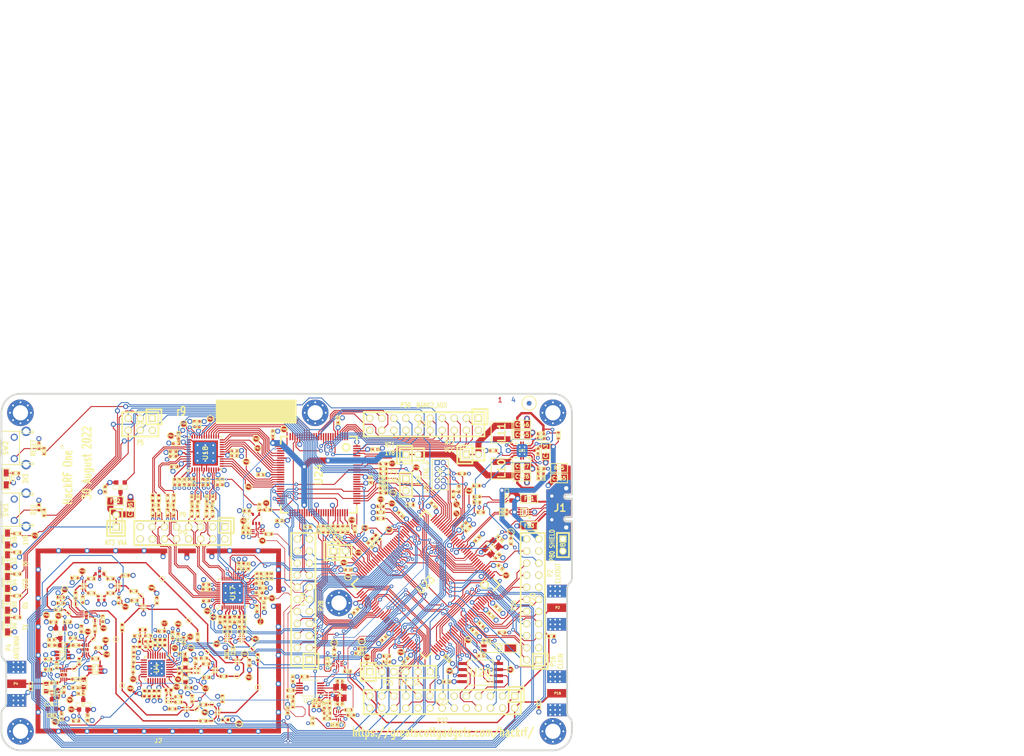
<source format=kicad_pcb>
(kicad_pcb (version 20211014) (generator pcbnew)

  (general
    (thickness 1.6116)
  )

  (paper "USLegal")
  (title_block
    (title "HackRF One")
    (date "2022-08-28")
    (rev "r9")
    (company "Copyright 2012-2022 Great Scott Gadgets")
    (comment 1 "Michael Ossmann")
    (comment 2 "Licensed under the CERN-OHL-P v2")
  )

  (layers
    (0 "F.Cu" signal "C1F")
    (1 "In1.Cu" signal "C2")
    (2 "In2.Cu" signal "C3")
    (31 "B.Cu" signal "C4B")
    (32 "B.Adhes" user "B.Adhesive")
    (33 "F.Adhes" user "F.Adhesive")
    (34 "B.Paste" user)
    (35 "F.Paste" user)
    (36 "B.SilkS" user "B.Silkscreen")
    (37 "F.SilkS" user "F.Silkscreen")
    (38 "B.Mask" user)
    (39 "F.Mask" user)
    (41 "Cmts.User" user "User.Comments")
    (44 "Edge.Cuts" user)
    (45 "Margin" user)
    (46 "B.CrtYd" user "B.Courtyard")
    (47 "F.CrtYd" user "F.Courtyard")
    (49 "F.Fab" user)
  )

  (setup
    (stackup
      (layer "F.SilkS" (type "Top Silk Screen") (color "White"))
      (layer "F.Paste" (type "Top Solder Paste"))
      (layer "F.Mask" (type "Top Solder Mask") (color "Green") (thickness 0.0127) (material "LPI") (epsilon_r 3.8) (loss_tangent 0))
      (layer "F.Cu" (type "copper") (thickness 0.035))
      (layer "dielectric 1" (type "prepreg") (thickness 0.2104) (material "7628") (epsilon_r 4.6) (loss_tangent 0))
      (layer "In1.Cu" (type "copper") (thickness 0.0152))
      (layer "dielectric 2" (type "core") (thickness 1.065) (material "7628") (epsilon_r 4.6) (loss_tangent 0))
      (layer "In2.Cu" (type "copper") (thickness 0.0152))
      (layer "dielectric 3" (type "prepreg") (thickness 0.2104) (material "7628") (epsilon_r 4.6) (loss_tangent 0))
      (layer "B.Cu" (type "copper") (thickness 0.035))
      (layer "B.Mask" (type "Bottom Solder Mask") (color "Green") (thickness 0.0127) (material "LPI") (epsilon_r 3.8) (loss_tangent 0))
      (layer "B.Paste" (type "Bottom Solder Paste"))
      (layer "B.SilkS" (type "Bottom Silk Screen") (color "White"))
      (copper_finish "ENIG")
      (dielectric_constraints yes)
    )
    (pad_to_mask_clearance 0.05)
    (pad_to_paste_clearance_ratio -0.12)
    (pcbplotparams
      (layerselection 0x00010e8_ffffffff)
      (disableapertmacros false)
      (usegerberextensions true)
      (usegerberattributes false)
      (usegerberadvancedattributes true)
      (creategerberjobfile false)
      (svguseinch false)
      (svgprecision 6)
      (excludeedgelayer true)
      (plotframeref false)
      (viasonmask false)
      (mode 1)
      (useauxorigin false)
      (hpglpennumber 1)
      (hpglpenspeed 20)
      (hpglpendiameter 15.000000)
      (dxfpolygonmode true)
      (dxfimperialunits true)
      (dxfusepcbnewfont true)
      (psnegative false)
      (psa4output false)
      (plotreference false)
      (plotvalue false)
      (plotinvisibletext false)
      (sketchpadsonfab false)
      (subtractmaskfromsilk false)
      (outputformat 1)
      (mirror false)
      (drillshape 0)
      (scaleselection 1)
      (outputdirectory "gerbers")
    )
  )

  (net 0 "")
  (net 1 "!MIX_BYPASS")
  (net 2 "!RX_AMP_PWR")
  (net 3 "!TX_AMP_PWR")
  (net 4 "!VAA_ENABLE")
  (net 5 "/Front End/RX_AMP_OUT")
  (net 6 "/Front End/RX_AMP_IN")
  (net 7 "/Front End/TX_AMP_IN")
  (net 8 "/Front End/TX_AMP_OUT")
  (net 9 "/Front End/REF_IN")
  (net 10 "/Baseband/TXBBQ-")
  (net 11 "/Baseband/TXBBQ+")
  (net 12 "/Baseband/TXBBI+")
  (net 13 "/Baseband/TXBBI-")
  (net 14 "/Baseband/COM")
  (net 15 "/Baseband/REFN")
  (net 16 "/Baseband/REFP")
  (net 17 "/Baseband/IA+")
  (net 18 "/Baseband/IA-")
  (net 19 "/Baseband/QA-")
  (net 20 "/Baseband/QA+")
  (net 21 "/Baseband/CPOUT-")
  (net 22 "/Baseband/CPOUT+")
  (net 23 "XCVR_CLK")
  (net 24 "/Baseband/XTAL2")
  (net 25 "/Microcontroller, CPLD, USB, Power/RTCX1")
  (net 26 "/Microcontroller, CPLD, USB, Power/REG_OUT2")
  (net 27 "/Microcontroller, CPLD, USB, Power/VBAT")
  (net 28 "/Microcontroller, CPLD, USB, Power/VIN")
  (net 29 "/Microcontroller, CPLD, USB, Power/REG_OUT1")
  (net 30 "/Microcontroller, CPLD, USB, Power/USB_SHIELD")
  (net 31 "/Microcontroller, CPLD, USB, Power/XTAL1")
  (net 32 "/Microcontroller, CPLD, USB, Power/XTAL2")
  (net 33 "/Microcontroller, CPLD, USB, Power/RTCX2")
  (net 34 "/Clock/XB")
  (net 35 "/Clock/XA")
  (net 36 "/Microcontroller, CPLD, USB, Power/VBUS")
  (net 37 "/Microcontroller, CPLD, USB, Power/LED1")
  (net 38 "/Microcontroller, CPLD, USB, Power/LED2")
  (net 39 "/Microcontroller, CPLD, USB, Power/LED3")
  (net 40 "/Baseband/RXBBQ-")
  (net 41 "/Baseband/RXBBI-")
  (net 42 "/Baseband/RXBBQ+")
  (net 43 "/Baseband/RXBBI+")
  (net 44 "/Front End/!ANT_BIAS")
  (net 45 "/Baseband/XCVR_CLKOUT")
  (net 46 "/Microcontroller, CPLD, USB, Power/RTC_ALARM")
  (net 47 "/Microcontroller, CPLD, USB, Power/WAKEUP")
  (net 48 "/Microcontroller, CPLD, USB, Power/GPIO3_8")
  (net 49 "/Microcontroller, CPLD, USB, Power/GPIO3_9")
  (net 50 "/Microcontroller, CPLD, USB, Power/GPIO3_10")
  (net 51 "/Microcontroller, CPLD, USB, Power/GPIO3_11")
  (net 52 "/Microcontroller, CPLD, USB, Power/GPIO3_12")
  (net 53 "/Microcontroller, CPLD, USB, Power/GPIO3_13")
  (net 54 "/Microcontroller, CPLD, USB, Power/GPIO3_14")
  (net 55 "/Microcontroller, CPLD, USB, Power/GPIO3_15")
  (net 56 "/Microcontroller, CPLD, USB, Power/ADC0_6")
  (net 57 "/Microcontroller, CPLD, USB, Power/ADC0_2")
  (net 58 "/Microcontroller, CPLD, USB, Power/VBUSCTRL")
  (net 59 "/Microcontroller, CPLD, USB, Power/ADC0_5")
  (net 60 "/Microcontroller, CPLD, USB, Power/ADC0_0")
  (net 61 "/Microcontroller, CPLD, USB, Power/RESET")
  (net 62 "/Microcontroller, CPLD, USB, Power/I2C1_SCL")
  (net 63 "/Microcontroller, CPLD, USB, Power/I2C1_SDA")
  (net 64 "/Microcontroller, CPLD, USB, Power/SPIFI_CIPO")
  (net 65 "/Microcontroller, CPLD, USB, Power/SPIFI_SCK")
  (net 66 "/Microcontroller, CPLD, USB, Power/SPIFI_COPI")
  (net 67 "/Microcontroller, CPLD, USB, Power/I2S0_RX_SCK")
  (net 68 "/Microcontroller, CPLD, USB, Power/I2S0_RX_SDA")
  (net 69 "/Microcontroller, CPLD, USB, Power/I2S0_RX_MCLK")
  (net 70 "/Microcontroller, CPLD, USB, Power/I2S0_RX_WS")
  (net 71 "/Microcontroller, CPLD, USB, Power/I2S0_TX_SCK")
  (net 72 "/Microcontroller, CPLD, USB, Power/I2S0_TX_MCLK")
  (net 73 "/Microcontroller, CPLD, USB, Power/U0_RXD")
  (net 74 "/Microcontroller, CPLD, USB, Power/U0_TXD")
  (net 75 "/Microcontroller, CPLD, USB, Power/P2_9")
  (net 76 "/Microcontroller, CPLD, USB, Power/P2_13")
  (net 77 "/Microcontroller, CPLD, USB, Power/P2_8")
  (net 78 "/Microcontroller, CPLD, USB, Power/DBGEN")
  (net 79 "/Microcontroller, CPLD, USB, Power/TMS")
  (net 80 "/Microcontroller, CPLD, USB, Power/TCK")
  (net 81 "/Microcontroller, CPLD, USB, Power/TDO")
  (net 82 "/Microcontroller, CPLD, USB, Power/TDI")
  (net 83 "/Microcontroller, CPLD, USB, Power/SD_CD")
  (net 84 "/Microcontroller, CPLD, USB, Power/SD_DAT3")
  (net 85 "/Microcontroller, CPLD, USB, Power/SD_DAT2")
  (net 86 "/Microcontroller, CPLD, USB, Power/SD_DAT1")
  (net 87 "/Microcontroller, CPLD, USB, Power/SD_DAT0")
  (net 88 "/Microcontroller, CPLD, USB, Power/SD_VOLT0")
  (net 89 "/Microcontroller, CPLD, USB, Power/SD_CMD")
  (net 90 "/Microcontroller, CPLD, USB, Power/SD_POW")
  (net 91 "/Microcontroller, CPLD, USB, Power/SD_CLK")
  (net 92 "/Microcontroller, CPLD, USB, Power/B1AUX14")
  (net 93 "/Microcontroller, CPLD, USB, Power/B1AUX13")
  (net 94 "/Microcontroller, CPLD, USB, Power/CPLD_TCK")
  (net 95 "/Microcontroller, CPLD, USB, Power/BANK2F3M2")
  (net 96 "/Microcontroller, CPLD, USB, Power/CPLD_TDI")
  (net 97 "/Microcontroller, CPLD, USB, Power/BANK2F3M6")
  (net 98 "/Microcontroller, CPLD, USB, Power/BANK2F3M12")
  (net 99 "/Microcontroller, CPLD, USB, Power/BANK2F3M4")
  (net 100 "/Microcontroller, CPLD, USB, Power/CPLD_TMS")
  (net 101 "/Microcontroller, CPLD, USB, Power/CPLD_TDO")
  (net 102 "/Microcontroller, CPLD, USB, Power/B2AUX16")
  (net 103 "/Microcontroller, CPLD, USB, Power/B2AUX15")
  (net 104 "/Microcontroller, CPLD, USB, Power/B2AUX14")
  (net 105 "/Microcontroller, CPLD, USB, Power/B2AUX13")
  (net 106 "/Microcontroller, CPLD, USB, Power/B2AUX12")
  (net 107 "/Microcontroller, CPLD, USB, Power/B2AUX11")
  (net 108 "/Microcontroller, CPLD, USB, Power/B2AUX10")
  (net 109 "/Microcontroller, CPLD, USB, Power/B2AUX9")
  (net 110 "/Microcontroller, CPLD, USB, Power/B2AUX8")
  (net 111 "/Microcontroller, CPLD, USB, Power/B2AUX7")
  (net 112 "/Microcontroller, CPLD, USB, Power/B2AUX6")
  (net 113 "/Microcontroller, CPLD, USB, Power/B2AUX5")
  (net 114 "/Microcontroller, CPLD, USB, Power/B2AUX4")
  (net 115 "/Microcontroller, CPLD, USB, Power/B2AUX3")
  (net 116 "/Microcontroller, CPLD, USB, Power/B2AUX2")
  (net 117 "/Microcontroller, CPLD, USB, Power/B2AUX1")
  (net 118 "/Microcontroller, CPLD, USB, Power/GCK0")
  (net 119 "/Microcontroller, CPLD, USB, Power/SPIFI_CS")
  (net 120 "/Microcontroller, CPLD, USB, Power/VREGMODE")
  (net 121 "/Microcontroller, CPLD, USB, Power/EN1V8")
  (net 122 "/Microcontroller, CPLD, USB, Power/SGPIO0")
  (net 123 "/Microcontroller, CPLD, USB, Power/SGPIO7")
  (net 124 "/Microcontroller, CPLD, USB, Power/SGPIO9")
  (net 125 "/Microcontroller, CPLD, USB, Power/SGPIO10")
  (net 126 "/Microcontroller, CPLD, USB, Power/SGPIO11")
  (net 127 "/Microcontroller, CPLD, USB, Power/SPIFI_SIO2")
  (net 128 "/Microcontroller, CPLD, USB, Power/SPIFI_SIO3")
  (net 129 "/Baseband/QD+")
  (net 130 "/Baseband/QD-")
  (net 131 "/Baseband/ID-")
  (net 132 "/Baseband/ID+")
  (net 133 "/Clock/CLK0")
  (net 134 "Net-(C169-Pad2)")
  (net 135 "/Microcontroller, CPLD, USB, Power/DP")
  (net 136 "/Microcontroller, CPLD, USB, Power/DM")
  (net 137 "/Microcontroller, CPLD, USB, Power/RREF")
  (net 138 "/Microcontroller, CPLD, USB, Power/BANK2F3M1")
  (net 139 "/Microcontroller, CPLD, USB, Power/SGPIO13")
  (net 140 "/Microcontroller, CPLD, USB, Power/BANK2F3M3")
  (net 141 "/Microcontroller, CPLD, USB, Power/SGPIO14")
  (net 142 "/Microcontroller, CPLD, USB, Power/SGPIO1")
  (net 143 "/Microcontroller, CPLD, USB, Power/BANK2F3M5")
  (net 144 "/Microcontroller, CPLD, USB, Power/SGPIO15")
  (net 145 "/Microcontroller, CPLD, USB, Power/BANK2F3M7")
  (net 146 "/Microcontroller, CPLD, USB, Power/BANK2F3M8")
  (net 147 "/Microcontroller, CPLD, USB, Power/SGPIO2")
  (net 148 "/Microcontroller, CPLD, USB, Power/BANK2F3M9")
  (net 149 "/Microcontroller, CPLD, USB, Power/SGPIO3")
  (net 150 "/Microcontroller, CPLD, USB, Power/BANK2F3M10")
  (net 151 "/Microcontroller, CPLD, USB, Power/BANK2F3M11")
  (net 152 "/Microcontroller, CPLD, USB, Power/SGPIO12")
  (net 153 "/Microcontroller, CPLD, USB, Power/SGPIO4")
  (net 154 "/Microcontroller, CPLD, USB, Power/BANK2F3M14")
  (net 155 "/Microcontroller, CPLD, USB, Power/SGPIO5")
  (net 156 "/Microcontroller, CPLD, USB, Power/BANK2F3M15")
  (net 157 "/Microcontroller, CPLD, USB, Power/SGPIO6")
  (net 158 "AMP_BYPASS")
  (net 159 "CLKIN")
  (net 160 "CLKOUT")
  (net 161 "CS_AD")
  (net 162 "CS_XCVR")
  (net 163 "DA0")
  (net 164 "DA1")
  (net 165 "DA2")
  (net 166 "DA3")
  (net 167 "DA4")
  (net 168 "DA5")
  (net 169 "DA6")
  (net 170 "DA7")
  (net 171 "DD0")
  (net 172 "DD1")
  (net 173 "DD2")
  (net 174 "DD3")
  (net 175 "DD4")
  (net 176 "DD5")
  (net 177 "DD6")
  (net 178 "DD7")
  (net 179 "DD8")
  (net 180 "DD9")
  (net 181 "GCK1")
  (net 182 "GCK2")
  (net 183 "GND")
  (net 184 "HP")
  (net 185 "LP")
  (net 186 "MCU_CLK")
  (net 187 "MIXER_ENX")
  (net 188 "MIXER_RESETX")
  (net 189 "MIXER_SCLK")
  (net 190 "MIXER_SDATA")
  (net 191 "MIX_BYPASS")
  (net 192 "MIX_CLK")
  (net 193 "RSSI")
  (net 194 "RX")
  (net 195 "RXENABLE")
  (net 196 "RX_AMP")
  (net 197 "RX_IF")
  (net 198 "RX_MIX_BP")
  (net 199 "SCL")
  (net 200 "SDA")
  (net 201 "SGPIO_CLK")
  (net 202 "SSP1_CIPO")
  (net 203 "SSP1_COPI")
  (net 204 "SSP1_SCK")
  (net 205 "TXENABLE")
  (net 206 "TX_AMP")
  (net 207 "TX_IF")
  (net 208 "TX_MIX_BP")
  (net 209 "VAA")
  (net 210 "VCC")
  (net 211 "XCVR_EN")
  (net 212 "Net-(C8-Pad2)")
  (net 213 "Net-(C9-Pad2)")
  (net 214 "Net-(C9-Pad1)")
  (net 215 "Net-(C12-Pad1)")
  (net 216 "Net-(C13-Pad1)")
  (net 217 "Net-(C14-Pad2)")
  (net 218 "Net-(C14-Pad1)")
  (net 219 "Net-(C15-Pad2)")
  (net 220 "Net-(C17-Pad2)")
  (net 221 "Net-(C17-Pad1)")
  (net 222 "Net-(C18-Pad2)")
  (net 223 "Net-(C18-Pad1)")
  (net 224 "Net-(C20-Pad2)")
  (net 225 "Net-(C20-Pad1)")
  (net 226 "Net-(C21-Pad2)")
  (net 227 "Net-(C21-Pad1)")
  (net 228 "Net-(C23-Pad2)")
  (net 229 "Net-(C23-Pad1)")
  (net 230 "Net-(C25-Pad1)")
  (net 231 "Net-(C26-Pad2)")
  (net 232 "Net-(C26-Pad1)")
  (net 233 "Net-(C27-Pad2)")
  (net 234 "Net-(C27-Pad1)")
  (net 235 "Net-(C28-Pad2)")
  (net 236 "Net-(C28-Pad1)")
  (net 237 "Net-(C31-Pad2)")
  (net 238 "Net-(C31-Pad1)")
  (net 239 "Net-(C32-Pad2)")
  (net 240 "Net-(C32-Pad1)")
  (net 241 "Net-(C43-Pad2)")
  (net 242 "Net-(C43-Pad1)")
  (net 243 "Net-(C44-Pad2)")
  (net 244 "Net-(C44-Pad1)")
  (net 245 "Net-(C46-Pad2)")
  (net 246 "Net-(C46-Pad1)")
  (net 247 "Net-(C48-Pad1)")
  (net 248 "Net-(C49-Pad2)")
  (net 249 "Net-(C50-Pad1)")
  (net 250 "Net-(C51-Pad2)")
  (net 251 "Net-(C51-Pad1)")
  (net 252 "Net-(C163-Pad2)")
  (net 253 "Net-(C58-Pad2)")
  (net 254 "Net-(C59-Pad2)")
  (net 255 "Net-(C61-Pad2)")
  (net 256 "Net-(C61-Pad1)")
  (net 257 "Net-(C62-Pad2)")
  (net 258 "Net-(C64-Pad2)")
  (net 259 "Net-(C64-Pad1)")
  (net 260 "Net-(C99-Pad2)")
  (net 261 "Net-(C99-Pad1)")
  (net 262 "Net-(C102-Pad2)")
  (net 263 "Net-(C102-Pad1)")
  (net 264 "Net-(C104-Pad2)")
  (net 265 "Net-(C104-Pad1)")
  (net 266 "Net-(C105-Pad1)")
  (net 267 "Net-(C106-Pad1)")
  (net 268 "Net-(C111-Pad2)")
  (net 269 "Net-(C111-Pad1)")
  (net 270 "Net-(C114-Pad2)")
  (net 271 "Net-(C114-Pad1)")
  (net 272 "Net-(C125-Pad2)")
  (net 273 "Net-(C160-Pad1)")
  (net 274 "Net-(D2-Pad2)")
  (net 275 "Net-(D4-Pad2)")
  (net 276 "Net-(D5-Pad2)")
  (net 277 "Net-(D6-Pad2)")
  (net 278 "Net-(D7-Pad2)")
  (net 279 "Net-(D8-Pad2)")
  (net 280 "Net-(FB1-Pad1)")
  (net 281 "Net-(FB2-Pad1)")
  (net 282 "Net-(FB3-Pad1)")
  (net 283 "Net-(J1-Pad3)")
  (net 284 "Net-(J1-Pad2)")
  (net 285 "Net-(L1-Pad2)")
  (net 286 "Net-(L1-Pad1)")
  (net 287 "Net-(L2-Pad1)")
  (net 288 "Net-(L3-Pad1)")
  (net 289 "Net-(L10-Pad1)")
  (net 290 "Net-(L11-Pad2)")
  (net 291 "Net-(D10-Pad1)")
  (net 292 "Net-(P6-Pad1)")
  (net 293 "Net-(P19-Pad1)")
  (net 294 "Net-(R4-Pad2)")
  (net 295 "Net-(R30-Pad2)")
  (net 296 "Net-(R19-Pad2)")
  (net 297 "Net-(R51-Pad1)")
  (net 298 "Net-(R52-Pad2)")
  (net 299 "Net-(R55-Pad2)")
  (net 300 "/Microcontroller, CPLD, USB, Power/BANK2F3M16")
  (net 301 "+1V8")
  (net 302 "unconnected-(P25-Pad3)")
  (net 303 "unconnected-(P26-Pad7)")
  (net 304 "unconnected-(U4-Pad1)")
  (net 305 "unconnected-(U4-Pad2)")
  (net 306 "unconnected-(U4-Pad3)")
  (net 307 "unconnected-(U4-Pad11)")
  (net 308 "unconnected-(U4-Pad13)")
  (net 309 "unconnected-(U4-Pad14)")
  (net 310 "unconnected-(U4-Pad17)")
  (net 311 "unconnected-(U4-Pad18)")
  (net 312 "unconnected-(U4-Pad20)")
  (net 313 "unconnected-(U4-Pad21)")
  (net 314 "unconnected-(U9-Pad2)")
  (net 315 "unconnected-(U12-Pad2)")
  (net 316 "unconnected-(U14-Pad2)")
  (net 317 "unconnected-(U15-Pad4)")
  (net 318 "unconnected-(U15-Pad6)")
  (net 319 "unconnected-(U17-Pad3)")
  (net 320 "unconnected-(U17-Pad6)")
  (net 321 "unconnected-(U17-Pad8)")
  (net 322 "unconnected-(U17-Pad9)")
  (net 323 "unconnected-(U17-Pad12)")
  (net 324 "unconnected-(U17-Pad14)")
  (net 325 "unconnected-(U17-Pad18)")
  (net 326 "unconnected-(U17-Pad33)")
  (net 327 "unconnected-(U17-Pad34)")
  (net 328 "unconnected-(U17-Pad40)")
  (net 329 "unconnected-(U18-Pad38)")
  (net 330 "Net-(C117-Pad1)")
  (net 331 "unconnected-(U23-Pad89)")
  (net 332 "unconnected-(U23-Pad90)")
  (net 333 "unconnected-(U24-Pad14)")
  (net 334 "unconnected-(U24-Pad15)")
  (net 335 "unconnected-(U24-Pad16)")
  (net 336 "unconnected-(U24-Pad20)")
  (net 337 "unconnected-(U24-Pad25)")
  (net 338 "unconnected-(U24-Pad44)")
  (net 339 "unconnected-(U24-Pad46)")
  (net 340 "unconnected-(U24-Pad49)")
  (net 341 "unconnected-(U24-Pad50)")
  (net 342 "unconnected-(U24-Pad52)")
  (net 343 "unconnected-(U24-Pad53)")
  (net 344 "unconnected-(U24-Pad54)")
  (net 345 "unconnected-(U24-Pad58)")
  (net 346 "unconnected-(U24-Pad59)")
  (net 347 "unconnected-(U24-Pad60)")
  (net 348 "unconnected-(U24-Pad63)")
  (net 349 "unconnected-(U24-Pad65)")
  (net 350 "unconnected-(U24-Pad66)")
  (net 351 "unconnected-(U24-Pad68)")
  (net 352 "unconnected-(U24-Pad73)")
  (net 353 "unconnected-(U24-Pad75)")
  (net 354 "unconnected-(U24-Pad80)")
  (net 355 "unconnected-(U24-Pad82)")
  (net 356 "unconnected-(U24-Pad85)")
  (net 357 "unconnected-(U24-Pad86)")
  (net 358 "unconnected-(U24-Pad87)")
  (net 359 "unconnected-(U24-Pad93)")
  (net 360 "unconnected-(U24-Pad95)")
  (net 361 "unconnected-(U24-Pad96)")
  (net 362 "Net-(D10-Pad2)")
  (net 363 "Net-(C117-Pad2)")
  (net 364 "CLKOUT_EN")
  (net 365 "MCU_CLK_EN")
  (net 366 "Net-(R32-Pad2)")
  (net 367 "Net-(R33-Pad2)")
  (net 368 "Net-(R34-Pad2)")
  (net 369 "CLKIN_DETECT")
  (net 370 "Net-(R38-Pad1)")
  (net 371 "Net-(R39-Pad2)")
  (net 372 "Net-(R44-Pad2)")
  (net 373 "AD_CLK")
  (net 374 "Net-(R94-Pad2)")
  (net 375 "CLKIN_EN")
  (net 376 "FSX2_CLK")
  (net 377 "/Clock/CLK2")
  (net 378 "/Clock/CLK1")
  (net 379 "unconnected-(U4-Pad16)")
  (net 380 "unconnected-(U4-Pad9)")
  (net 381 "/Microcontroller, CPLD, USB, Power/TRST")
  (net 382 "/Microcontroller, CPLD, USB, Power/ID")
  (net 383 "/Microcontroller, CPLD, USB, Power/VBUS_DETECT")
  (net 384 "Net-(P1-Pad1)")

  (footprint "gsg-modules:LTST-S220" (layer "F.Cu") (at 61.27 148.838 -90))

  (footprint "gsg-modules:LTST-S220" (layer "F.Cu") (at 61.27 139.694 -90))

  (footprint "gsg-modules:LTST-S220" (layer "F.Cu") (at 61.27 130.55 -90))

  (footprint "gsg-modules:LTST-S220" (layer "F.Cu") (at 61.27 144.266 -90))

  (footprint "gsg-modules:LTST-S220" (layer "F.Cu") (at 61.27 135.122 -90))

  (footprint "GSG-TESTPOINT-30MIL-MASKONLY" (layer "F.Cu") (at 89.31402 142.49908))

  (footprint "GSG-TESTPOINT-30MIL-MASKONLY" (layer "F.Cu") (at 84.1046 151.6574))

  (footprint "GSG-TESTPOINT-30MIL-MASKONLY" (layer "F.Cu") (at 75.57516 144.21358))

  (footprint "GSG-TESTPOINT-30MIL-MASKONLY" (layer "F.Cu") (at 74.0537 146.1516))

  (footprint "GSG-TESTPOINT-30MIL-MASKONLY" (layer "F.Cu") (at 93.782 138.932))

  (footprint "GSG-TESTPOINT-30MIL-MASKONLY" (layer "F.Cu") (at 85.4 161.3602))

  (footprint "GSG-TESTPOINT-30MIL-MASKONLY" (layer "F.Cu") (at 75.33894 157.8483))

  (footprint "GSG-TESTPOINT-30MIL-MASKONLY" (layer "F.Cu") (at 79.28 151.506))

  (footprint "GSG-TESTPOINT-30MIL-MASKONLY" (layer "F.Cu") (at 113.919 161.74974))

  (footprint "GSG-TESTPOINT-30MIL-MASKONLY" (layer "F.Cu") (at 104.11206 168.79824))

  (footprint "GSG-TESTPOINT-30MIL-MASKONLY" (layer "F.Cu") (at 104.25176 165.37432))

  (footprint "GSG-TESTPOINT-30MIL-MASKONLY" (layer "F.Cu") (at 101.0158 166.26332))

  (footprint "GSG-TESTPOINT-30MIL-MASKONLY" (layer "F.Cu") (at 79.6671 147.71116))

  (footprint "GSG-TESTPOINT-30MIL-MASKONLY" (layer "F.Cu") (at 109.47654 159.42564))

  (footprint "GSG-TESTPOINT-30MIL-MASKONLY" (layer "F.Cu") (at 99.36226 147.6883))

  (footprint "GSG-TESTPOINT-30MIL-MASKONLY" (layer "F.Cu") (at 103.23068 154.2796))

  (footprint "GSG-TESTPOINT-30MIL-MASKONLY" (layer "F.Cu") (at 112.71504 153.71064))

  (footprint "gsg-modules:LTST-S220" (layer "F.Cu") (at 61 117.9 -90))

  (footprint "GSG-MARK1MM" (layer "F.Cu") (at 171 102))

  (footprint "hackrf:GSG-0402" (layer "F.Cu") (at 91.0964 163.0468 -90))

  (footprint "hackrf:GSG-0402" (layer "F.Cu") (at 90.0804 163.0468 -90))

  (footprint "hackrf:GSG-0402" (layer "F.Cu") (at 93.1284 163.0468 -90))

  (footprint "hackrf:GSG-0402" (layer "F.Cu") (at 92.1124 163.0468 -90))

  (footprint "hackrf:GSG-0402" (layer "F.Cu") (at 92.341 152.328 90))

  (footprint "hackrf:GSG-0402" (layer "F.Cu") (at 93.357 152.328 90))

  (footprint "hackrf:GSG-0402" (layer "F.Cu") (at 107.084 168.5762 180))

  (footprint "hackrf:GSG-0402" (layer "F.Cu") (at 113.919 155.448 -90))

  (footprint "hackrf:GSG-0402" (layer "F.Cu") (at 85.4 149.1682 90))

  (footprint "hackrf:GSG-0402" (layer "F.Cu") (at 87.9808 143.4816))

  (footprint "hackrf:GSG-0402" (layer "F.Cu") (at 84.7138 143.4622 90))

  (footprint "hackrf:GSG-0402" (layer "F.Cu") (at 87.7944 153.8266 -90))

  (footprint "hackrf:GSG-0402" (layer "F.Cu") (at 88.5564 150.9056 180))

  (footprint "hackrf:GSG-0402" (layer "F.Cu") (at 90.3344 152.6836 90))

  (footprint "hackrf:GSG-0402" (layer "F.Cu") (at 90.8424 150.9056))

  (footprint "hackrf:GSG-0402" (layer "F.Cu") (at 106.4998 164.1566 90))

  (footprint "hackrf:GSG-0402" (layer "F.Cu") (at 82.9358 141.9382))

  (footprint "hackrf:GSG-0402" (layer "F.Cu") (at 78.8718 141.9382))

  (footprint "hackrf:GSG-0402" (layer "F.Cu") (at 77.0938 143.3352 90))

  (footprint "hackrf:GSG-0402" (layer "F.Cu") (at 87.8078 141.5288))

  (footprint "hackrf:GSG-0402" (layer "F.Cu") (at 102.4382 165.3794 180))

  (footprint "hackrf:GSG-0402" (layer "F.Cu") (at 95.9732 166.2726))

  (footprint "hackrf:GSG-0402" (layer "F.Cu") (at 101.2698 151.1808 90))

  (footprint "hackrf:GSG-0402" (layer "F.Cu") (at 92.6798 143.4816 -90))

  (footprint "hackrf:GSG-0402" (layer "F.Cu") (at 97.1924 163.7326))

  (footprint "hackrf:GSG-0402" (layer "F.Cu") (at 78.8718 138.8902 180))

  (footprint "hackrf:GSG-0402" (layer "F.Cu") (at 82.9358 138.8902))

  (footprint "hackrf:GSG-0402" (layer "F.Cu") (at 97.1924 164.8756))

  (footprint "hackrf:GSG-0402" (layer "F.Cu") (at 75.4174 138.7124 180))

  (footprint "hackrf:GSG-0402" (layer "F.Cu") (at 86.1 138.2))

  (footprint "hackrf:GSG-0402" (layer "F.Cu") (at 75.5952 142.4462 90))

  (footprint "hackrf:GSG-0402" (layer "F.Cu") (at 102.4382 168.8084 180))

  (footprint "hackrf:GSG-0402" (layer "F.Cu") (at 100.1134 164.139 90))

  (footprint "hackrf:GSG-0402" (layer "F.Cu") (at 98.31 151.9216 90))

  (footprint "hackrf:GSG-0402" (layer "F.Cu") (at 97.167 151.1596 90))

  (footprint "hackrf:GSG-0402" (layer "F.Cu") (at 96.024 150.7786 90))

  (footprint "hackrf:GSG-0402" (layer "F.Cu") (at 93.738 149.915 180))

  (footprint "hackrf:GSG-0402" (layer "F.Cu") (at 72.4456 142.8272))

  (footprint "hackrf:GSG-0402" (layer "F.Cu") (at 81.3054 147.3454 90))

  (footprint "hackrf:GSG-0402" (layer "F.Cu") (at 72.4456 144.0718))

  (footprint "hackrf:GSG-0402" (layer "F.Cu") (at 99.326 161.8276))

  (footprint "hackrf:GSG-0402" (layer "F.Cu") (at 98.056 154.7156 180))

  (footprint "hackrf:GSG-0402" (layer "F.Cu") (at 72.009 145.415 180))

  (footprint "hackrf:GSG-0402" (layer "F.Cu") (at 79.6798 149.4282 90))

  (footprint "hackrf:GSG-0402" (layer "F.Cu") (at 102.5906 155.6512))

  (footprint "hackrf:GSG-0402" (layer "F.Cu") (at 103.0478 156.7942 180))

  (footprint "hackrf:GSG-0402" (layer "F.Cu") (at 112.1664 156.5656 90))

  (footprint "hackrf:GSG-0402" (layer "F.Cu") (at 108.7374 154.0002 90))

  (footprint "hackrf:GSG-0402" (layer "F.Cu") (at 100.85 156.2396 -90))

  (footprint "hackrf:GSG-0402" (layer "F.Cu") (at 75.678 152.92))

  (footprint "hackrf:GSG-0402" (layer "F.Cu") (at 106.7414 159.434 180))

  (footprint "hackrf:GSG-0402" (layer "F.Cu") (at 70.598 152.92 180))

  (footprint "hackrf:GSG-0402" (layer "F.Cu") (at 70.9474 147.9998 180))

  (footprint "hackrf:GSG-0402" (layer "F.Cu") (at 103.124 159.6644 180))

  (footprint "hackrf:GSG-0402" (layer "F.Cu") (at 80.377 153.428))

  (footprint "hackrf:GSG-0402" (layer "F.Cu") (at 107.3912 154.8638 90))

  (footprint "hackrf:GSG-0402" (layer "F.Cu") (at 76.835 149.4282 90))

  (footprint "hackrf:GSG-0402" (layer "F.Cu") (at 71.614 157.111 90))

  (footprint "hackrf:GSG-0402" (layer "F.Cu") (at 79.742 155.714))

  (footprint "hackrf:GSG-0402" (layer "F.Cu") (at 75.043 151.396))

  (footprint "hackrf:GSG-0402" (layer "F.Cu") (at 76.3638 156.3236 90))

  (footprint "hackrf:GSG-0402" (layer "F.Cu") (at 75.551 160.032))

  (footprint "hackrf:GSG-0402" (layer "F.Cu") (at 73.0872 162.2418 -90))

  (footprint "hackrf:GSG-0402" (layer "F.Cu") (at 71.13 160.81 180))

  (footprint "hackrf:GSG-0402" (layer "F.Cu") (at 69.836 158))

  (footprint "hackrf:GSG-0402" (layer "F.Cu") (at 69.836 155.841))

  (footprint "hackrf:GSG-0402" (layer "F.Cu") (at 87.7 158 90))

  (footprint "hackrf:GSG-0402" (layer "F.Cu") (at 126.8 165.1 -90))

  (footprint "hackrf:GSG-0402" (layer "F.Cu") (at 125.7 165.1 -90))

  (footprint "hackrf:GSG-0402" (layer "F.Cu") (at 87.8 155.9 90))

  (footprint "hackrf:GSG-0402" (layer "F.Cu") (at 100.4824 118.5578 -90))

  (footprint "hackrf:GSG-0402" (layer "F.Cu") (at 99.4664 118.5578 -90))

  (footprint "hackrf:GSG-0402" (layer "F.Cu") (at 103.4034 118.5578 -90))

  (footprint "hackrf:GSG-0402" (layer "F.Cu") (at 102.3874 118.5578 -90))

  (footprint "hackrf:GSG-0402" (layer "F.Cu") (at 105.4354 118.5578 -90))

  (footprint "hackrf:GSG-0402" (layer "F.Cu") (at 106.4514 118.5578 -90))

  (footprint "hackrf:GSG-0402" (layer "F.Cu") (at 101.6254 106.3658 90))

  (footprint "hackrf:GSG-0402" (layer "F.Cu") (at 100.6094 106.3658 90))

  (footprint "hackrf:GSG-0402" (layer "F.Cu") (at 96.7359 110.4933 180))

  (footprint "hackrf:GSG-0402" (layer "F.Cu")
    (tedit 4FB6CFE4) (tstamp 00000000-0000-0000-0000-00005787e27a)
    (at 97.2439 108.8423 90)
    (property "Description" "CAP CER 2.2UF 10V 20% X5R 0402")
    (property "Manufacturer" "Taiyo Yuden")
    (property "Part Number" "LMK105BJ225MV-F")
    (property "Sheetfile" "baseband.kicad_sch")
    (property "Sheetname" "Baseband")
    (path "/00000000-0000-0000-0000-000050370666/00000000-0000-0000-0000-0000503f8e6a")
    (solder_mask_margin 0.1016)
    (attr through_hole)
    (fp_text reference "C80" (at 0 0.0508 90) (layer "F.SilkS")
      (effects (font (size 0.4064 0.4064) (thickness 0.1016)))
      (tstamp 456a6f1d-7dea-43fe-a673-e0edf54bafc9)
    )
    (fp_text value "2.2uF" (at 
... [4417267 chars truncated]
</source>
